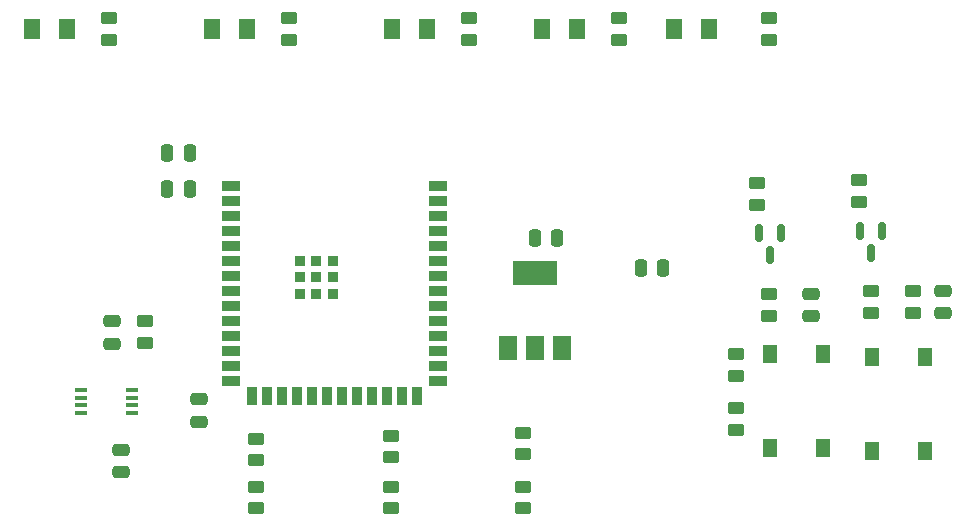
<source format=gtp>
G04 #@! TF.GenerationSoftware,KiCad,Pcbnew,7.0.10*
G04 #@! TF.CreationDate,2024-03-26T02:27:44-05:00*
G04 #@! TF.ProjectId,JargonJolt,4a617267-6f6e-44a6-9f6c-742e6b696361,rev?*
G04 #@! TF.SameCoordinates,Original*
G04 #@! TF.FileFunction,Paste,Top*
G04 #@! TF.FilePolarity,Positive*
%FSLAX46Y46*%
G04 Gerber Fmt 4.6, Leading zero omitted, Abs format (unit mm)*
G04 Created by KiCad (PCBNEW 7.0.10) date 2024-03-26 02:27:44*
%MOMM*%
%LPD*%
G01*
G04 APERTURE LIST*
G04 Aperture macros list*
%AMRoundRect*
0 Rectangle with rounded corners*
0 $1 Rounding radius*
0 $2 $3 $4 $5 $6 $7 $8 $9 X,Y pos of 4 corners*
0 Add a 4 corners polygon primitive as box body*
4,1,4,$2,$3,$4,$5,$6,$7,$8,$9,$2,$3,0*
0 Add four circle primitives for the rounded corners*
1,1,$1+$1,$2,$3*
1,1,$1+$1,$4,$5*
1,1,$1+$1,$6,$7*
1,1,$1+$1,$8,$9*
0 Add four rect primitives between the rounded corners*
20,1,$1+$1,$2,$3,$4,$5,0*
20,1,$1+$1,$4,$5,$6,$7,0*
20,1,$1+$1,$6,$7,$8,$9,0*
20,1,$1+$1,$8,$9,$2,$3,0*%
G04 Aperture macros list end*
%ADD10RoundRect,0.250000X-0.450000X0.262500X-0.450000X-0.262500X0.450000X-0.262500X0.450000X0.262500X0*%
%ADD11RoundRect,0.250000X0.475000X-0.250000X0.475000X0.250000X-0.475000X0.250000X-0.475000X-0.250000X0*%
%ADD12RoundRect,0.250001X-0.462499X-0.624999X0.462499X-0.624999X0.462499X0.624999X-0.462499X0.624999X0*%
%ADD13RoundRect,0.250000X0.250000X0.475000X-0.250000X0.475000X-0.250000X-0.475000X0.250000X-0.475000X0*%
%ADD14RoundRect,0.150000X-0.150000X0.587500X-0.150000X-0.587500X0.150000X-0.587500X0.150000X0.587500X0*%
%ADD15R,1.500000X0.900000*%
%ADD16R,0.900000X1.500000*%
%ADD17R,0.900000X0.900000*%
%ADD18RoundRect,0.250000X0.450000X-0.262500X0.450000X0.262500X-0.450000X0.262500X-0.450000X-0.262500X0*%
%ADD19R,1.300000X1.550000*%
%ADD20R,1.500000X2.000000*%
%ADD21R,3.800000X2.000000*%
%ADD22RoundRect,0.250000X-0.475000X0.250000X-0.475000X-0.250000X0.475000X-0.250000X0.475000X0.250000X0*%
%ADD23R,1.100000X0.400000*%
%ADD24RoundRect,0.250000X-0.250000X-0.475000X0.250000X-0.475000X0.250000X0.475000X-0.250000X0.475000X0*%
G04 APERTURE END LIST*
D10*
X155980000Y-99719500D03*
X155980000Y-101544500D03*
D11*
X132334000Y-87612000D03*
X132334000Y-85712000D03*
D10*
X147320000Y-60067558D03*
X147320000Y-61892558D03*
X132080000Y-60047500D03*
X132080000Y-61872500D03*
X195580000Y-73763500D03*
X195580000Y-75588500D03*
D12*
X125512500Y-60960000D03*
X128487500Y-60960000D03*
D11*
X191516000Y-85278000D03*
X191516000Y-83378000D03*
D13*
X138896000Y-71460000D03*
X136996000Y-71460000D03*
D14*
X197546000Y-78056500D03*
X195646000Y-78056500D03*
X196596000Y-79931500D03*
D15*
X142380000Y-74246000D03*
X142380000Y-75516000D03*
X142380000Y-76786000D03*
X142380000Y-78056000D03*
X142380000Y-79326000D03*
X142380000Y-80596000D03*
X142380000Y-81866000D03*
X142380000Y-83136000D03*
X142380000Y-84406000D03*
X142380000Y-85676000D03*
X142380000Y-86946000D03*
X142380000Y-88216000D03*
X142380000Y-89486000D03*
X142380000Y-90756000D03*
D16*
X144145000Y-92006000D03*
X145415000Y-92006000D03*
X146685000Y-92006000D03*
X147955000Y-92006000D03*
X149225000Y-92006000D03*
X150495000Y-92006000D03*
X151765000Y-92006000D03*
X153035000Y-92006000D03*
X154305000Y-92006000D03*
X155575000Y-92006000D03*
X156845000Y-92006000D03*
X158115000Y-92006000D03*
D15*
X159880000Y-90756000D03*
X159880000Y-89486000D03*
X159880000Y-88216000D03*
X159880000Y-86946000D03*
X159880000Y-85676000D03*
X159880000Y-84406000D03*
X159880000Y-83136000D03*
X159880000Y-81866000D03*
X159880000Y-80596000D03*
X159880000Y-79326000D03*
X159880000Y-78056000D03*
X159880000Y-76786000D03*
X159880000Y-75516000D03*
X159880000Y-74246000D03*
D17*
X148230000Y-80566000D03*
X148230000Y-81966000D03*
X148230000Y-83366000D03*
X148230000Y-83366000D03*
X149630000Y-80566000D03*
X149630000Y-80566000D03*
X149630000Y-81966000D03*
X149630000Y-83366000D03*
X151030000Y-80566000D03*
X151030000Y-81966000D03*
X151030000Y-83366000D03*
D10*
X186944000Y-74017500D03*
X186944000Y-75842500D03*
D18*
X187960000Y-61872500D03*
X187960000Y-60047500D03*
D10*
X200152000Y-83161500D03*
X200152000Y-84986500D03*
D19*
X201132000Y-88735000D03*
X201132000Y-96685000D03*
X196632000Y-88735000D03*
X196632000Y-96685000D03*
D10*
X175260000Y-60047500D03*
X175260000Y-61872500D03*
D20*
X165813500Y-87938000D03*
X168113500Y-87938000D03*
D21*
X168113500Y-81638000D03*
D20*
X170413500Y-87938000D03*
D18*
X196596000Y-84986500D03*
X196596000Y-83161500D03*
D19*
X192496000Y-88481000D03*
X192496000Y-96431000D03*
X187996000Y-88481000D03*
X187996000Y-96431000D03*
D22*
X133096000Y-96586000D03*
X133096000Y-98486000D03*
D12*
X155992500Y-60960000D03*
X158967500Y-60960000D03*
D22*
X139724000Y-92316000D03*
X139724000Y-94216000D03*
D11*
X202692000Y-85024000D03*
X202692000Y-83124000D03*
D10*
X167156000Y-95147500D03*
X167156000Y-96972500D03*
D18*
X187960000Y-85240500D03*
X187960000Y-83415500D03*
D14*
X188976000Y-78232000D03*
X187076000Y-78232000D03*
X188026000Y-80107000D03*
D10*
X167156000Y-99719500D03*
X167156000Y-101544500D03*
D18*
X185166000Y-90320500D03*
X185166000Y-88495500D03*
D10*
X144526000Y-99719500D03*
X144526000Y-101544500D03*
D12*
X179905000Y-60960000D03*
X182880000Y-60960000D03*
D10*
X185166000Y-93067500D03*
X185166000Y-94892500D03*
D23*
X129676000Y-91529000D03*
X129676000Y-92179000D03*
X129676000Y-92829000D03*
X129676000Y-93479000D03*
X133976000Y-93479000D03*
X133976000Y-92829000D03*
X133976000Y-92179000D03*
X133976000Y-91529000D03*
D12*
X143727500Y-60960000D03*
X140752500Y-60960000D03*
D24*
X168113500Y-78692000D03*
X170013500Y-78692000D03*
D13*
X138896000Y-74470000D03*
X136996000Y-74470000D03*
D10*
X135128000Y-85701500D03*
X135128000Y-87526500D03*
X162560000Y-60047500D03*
X162560000Y-61872500D03*
D24*
X177069500Y-81232000D03*
X178969500Y-81232000D03*
D12*
X168692500Y-60960000D03*
X171667500Y-60960000D03*
D10*
X155980000Y-95401500D03*
X155980000Y-97226500D03*
X144526000Y-95655500D03*
X144526000Y-97480500D03*
M02*

</source>
